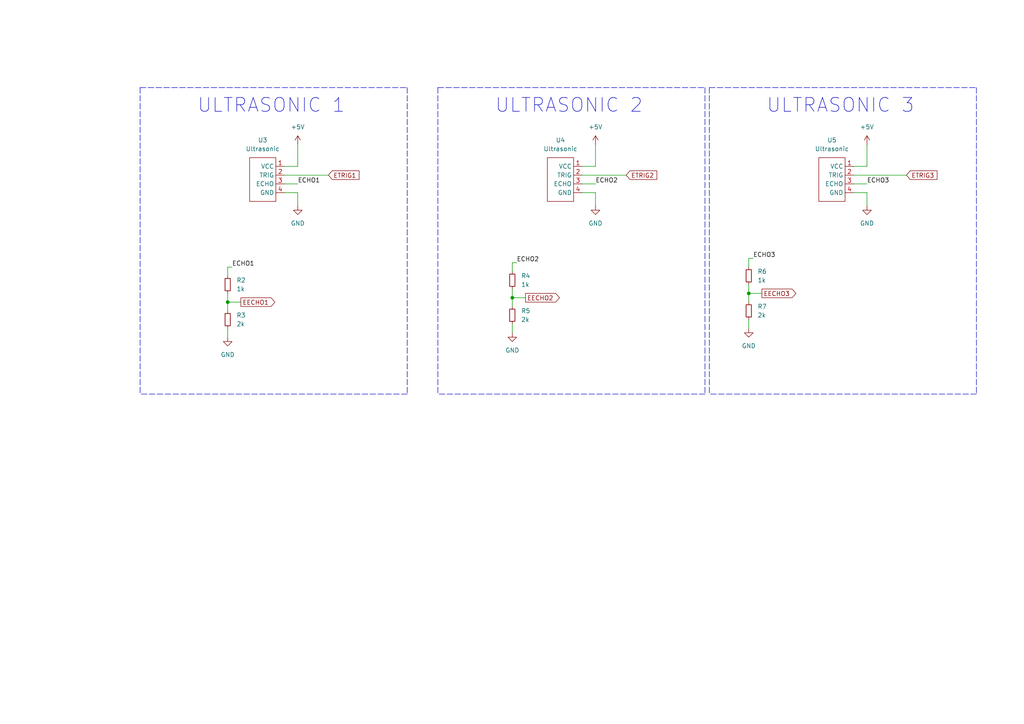
<source format=kicad_sch>
(kicad_sch (version 20211123) (generator eeschema)
  (paper "A4")
  (title_block (title "TECH_WEEK") (date "2022-09-26") (rev "1") (company "0804robot") (comment 1 "Drawn by MK"))
  (lib_symbols
    (symbol "Device:R_Small" (pin_numbers hide) (pin_names (offset 0.254) hide)
      (property "Reference" "R" (at 0.762 0.508 0))
      (property "Value" "R_Small" (at 0.762 -1.016 0))
      (symbol "R_Small_0_1"
        (rectangle (start -0.762 1.778) (end 0.762 -1.778) (stroke (width 0.2032)))
      )
      (symbol "R_Small_1_1"
        (pin passive line (at 0 2.54 270) (length 0.762) (name "~") (number "1"))
        (pin passive line (at 0 -2.54 90) (length 0.762) (name "~") (number "2"))
      )
    )
    (symbol "Userlibrary:Ultrasonic"
      (property "Reference" "U" (at 0 0 0))
      (property "Value" "Ultrasonic" (at 0 0 0))
      (symbol "Ultrasonic_0_1"
        (rectangle (start 0 12.7) (end 7.62 0))
      )
      (symbol "Ultrasonic_1_1"
        (pin power_in line (at 10.16 10.16 180) (length 2.54) (name "VCC") (number "1"))
        (pin output line (at 10.16 7.62 180) (length 2.54) (name "TRIG") (number "2"))
        (pin input line (at 10.16 5.08 180) (length 2.54) (name "ECHO") (number "3"))
        (pin power_in line (at 10.16 2.54 180) (length 2.54) (name "GND") (number "4"))
      )
    )
    (symbol "power:+5V" (power) (pin_names (offset 0))
      (property "Value" "+5V" (at 0 3.556 0))
      (symbol "+5V_0_1"
        (polyline (pts (xy -0.762 1.27) (xy 0 2.54)))
        (polyline (pts (xy 0 0) (xy 0 2.54)))
        (polyline (pts (xy 0 2.54) (xy 0.762 1.27)))
      )
      (symbol "+5V_1_1"
        (pin power_in line (at 0 0 90) (length 0) hide (name "+5V") (number "1"))
      )
    )
    (symbol "power:GND" (power) (pin_names (offset 0))
      (property "Value" "GND" (at 0 -3.81 0))
      (symbol "GND_0_1"
        (polyline (pts (xy 0 0) (xy 0 -1.27) (xy 1.27 -1.27) (xy 0 -2.54) (xy -1.27 -1.27) (xy 0 -1.27)))
      )
      (symbol "GND_1_1"
        (pin power_in line (at 0 0 270) (length 0) hide (name "GND") (number "1"))
      )
    )
  )
  (junction (at 148.59 86.36))
  (junction (at 217.17 85.09))
  (junction (at 66.04 87.63))
  (wire (pts (xy 217.17 82.55) (xy 217.17 85.09)))
  (wire (pts (xy 148.59 86.36) (xy 152.4 86.36)))
  (wire (pts (xy 251.46 48.26) (xy 251.46 41.91)))
  (polyline (pts (xy 205.74 25.4) (xy 205.74 114.3)))
  (wire (pts (xy 148.59 76.2) (xy 148.59 78.74)))
  (wire (pts (xy 247.65 50.8) (xy 262.89 50.8)))
  (wire (pts (xy 247.65 48.26) (xy 251.46 48.26)))
  (wire (pts (xy 217.17 85.09) (xy 217.17 87.63)))
  (wire (pts (xy 66.04 77.47) (xy 66.04 80.01)))
  (wire (pts (xy 218.44 74.93) (xy 217.17 74.93)))
  (polyline (pts (xy 40.64 25.4) (xy 40.64 114.3)))
  (wire (pts (xy 66.04 87.63) (xy 66.04 90.17)))
  (wire (pts (xy 66.04 95.25) (xy 66.04 97.79)))
  (wire (pts (xy 168.91 55.88) (xy 172.72 55.88)))
  (wire (pts (xy 247.65 55.88) (xy 251.46 55.88)))
  (polyline (pts (xy 118.11 114.3) (xy 40.64 114.3)))
  (wire (pts (xy 172.72 55.88) (xy 172.72 59.69)))
  (wire (pts (xy 66.04 85.09) (xy 66.04 87.63)))
  (wire (pts (xy 149.86 76.2) (xy 148.59 76.2)))
  (wire (pts (xy 168.91 48.26) (xy 172.72 48.26)))
  (wire (pts (xy 172.72 48.26) (xy 172.72 41.91)))
  (wire (pts (xy 217.17 92.71) (xy 217.17 95.25)))
  (polyline (pts (xy 204.47 114.3) (xy 127 114.3)))
  (wire (pts (xy 67.31 77.47) (xy 66.04 77.47)))
  (polyline (pts (xy 283.21 114.3) (xy 205.74 114.3)))
  (wire (pts (xy 247.65 53.34) (xy 251.46 53.34)))
  (wire (pts (xy 148.59 93.98) (xy 148.59 96.52)))
  (wire (pts (xy 251.46 55.88) (xy 251.46 59.69)))
  (wire (pts (xy 217.17 85.09) (xy 220.98 85.09)))
  (wire (pts (xy 82.55 48.26) (xy 86.36 48.26)))
  (polyline (pts (xy 205.74 25.4) (xy 283.21 25.4)))
  (wire (pts (xy 86.36 55.88) (xy 86.36 59.69)))
  (polyline (pts (xy 127 25.4) (xy 127 114.3)))
  (polyline (pts (xy 40.64 25.4) (xy 118.11 25.4)))
  (polyline (pts (xy 283.21 25.4) (xy 283.21 114.3)))
  (wire (pts (xy 217.17 74.93) (xy 217.17 77.47)))
  (wire (pts (xy 82.55 55.88) (xy 86.36 55.88)))
  (wire (pts (xy 66.04 87.63) (xy 69.85 87.63)))
  (polyline (pts (xy 127 25.4) (xy 204.47 25.4)))
  (polyline (pts (xy 204.47 25.4) (xy 204.47 114.3)))
  (wire (pts (xy 148.59 86.36) (xy 148.59 88.9)))
  (wire (pts (xy 168.91 53.34) (xy 172.72 53.34)))
  (polyline (pts (xy 118.11 25.4) (xy 118.11 114.3)))
  (wire (pts (xy 148.59 83.82) (xy 148.59 86.36)))
  (wire (pts (xy 168.91 50.8) (xy 181.61 50.8)))
  (wire (pts (xy 86.36 48.26) (xy 86.36 41.91)))
  (wire (pts (xy 82.55 53.34) (xy 86.36 53.34)))
  (wire (pts (xy 82.55 50.8) (xy 95.25 50.8)))
  (text "ULTRASONIC 2\n" (at 143.51 33.02 0) (effects (font (size 4 4)) (justify left bottom)))
  (text "ULTRASONIC 3\n" (at 222.25 33.02 0) (effects (font (size 4 4)) (justify left bottom)))
  (text "ULTRASONIC 1\n" (at 57.15 33.02 0) (effects (font (size 4 4)) (justify left bottom)))
  (label "ECHO1" (at 67.31 77.47 0))
  (label "ECHO2" (at 149.86 76.2 0))
  (label "ECHO1" (at 86.36 53.34 0))
  (label "ECHO3" (at 218.44 74.93 0))
  (label "ECHO3" (at 251.46 53.34 0))
  (label "ECHO2" (at 172.72 53.34 0))
  (global_label "EECHO3" (shape output) (at 220.98 85.09 0) (property "Intersheet References" "${INTERSHEET_REFS}" (effects hide)))
  (global_label "EECHO1" (shape output) (at 69.85 87.63 0) (property "Intersheet References" "${INTERSHEET_REFS}" (effects hide)))
  (global_label "ETRIG3" (shape input) (at 262.89 50.8 0) (property "Intersheet References" "${INTERSHEET_REFS}" (effects hide)))
  (global_label "ETRIG1" (shape input) (at 95.25 50.8 0) (property "Intersheet References" "${INTERSHEET_REFS}" (effects hide)))
  (global_label "EECHO2" (shape output) (at 152.4 86.36 0) (property "Intersheet References" "${INTERSHEET_REFS}" (effects hide)))
  (global_label "ETRIG2" (shape input) (at 181.61 50.8 0) (property "Intersheet References" "${INTERSHEET_REFS}" (effects hide)))
  (symbol (lib_id "Device:R_Small") (at 66.04 92.71 0) (unit 1)
    (property "Reference" "R3" (at 68.58 91.4399 0) (effects (justify left)))
    (property "Value" "2k" (at 68.58 93.9799 0) (effects (justify left)))
    (property "Footprint" "UserLibrary:R_Axial_DIN0207_L6.3mm_D2.5mm_P10.16mm_Horizontal" (effects hide))
  )
  (symbol (lib_id "Device:R_Small") (at 148.59 91.44 0) (unit 1)
    (property "Reference" "R5" (at 151.13 90.1699 0) (effects (justify left)))
    (property "Value" "2k" (at 151.13 92.7099 0) (effects (justify left)))
    (property "Footprint" "UserLibrary:R_Axial_DIN0207_L6.3mm_D2.5mm_P10.16mm_Horizontal" (effects hide))
  )
  (symbol (lib_id "power:GND") (at 86.36 59.69 0) (unit 1)
    (property "Reference" "#PWR0129" (effects hide))
    (property "Value" "GND" (at 86.36 64.77 0))
  )
  (symbol (lib_id "Device:R_Small") (at 217.17 90.17 0) (unit 1)
    (property "Reference" "R7" (at 219.71 88.8999 0) (effects (justify left)))
    (property "Value" "2k" (at 219.71 91.4399 0) (effects (justify left)))
    (property "Footprint" "UserLibrary:R_Axial_DIN0207_L6.3mm_D2.5mm_P10.16mm_Horizontal" (effects hide))
  )
  (symbol (lib_id "Userlibrary:Ultrasonic") (at 237.49 58.42 0) (unit 1)
    (property "Reference" "U5" (at 241.3 40.64 0))
    (property "Value" "Ultrasonic" (at 241.3 43.18 0))
    (property "Footprint" "Connector_PinHeader_2.54mm:PinHeader_1x04_P2.54mm_Vertical" (effects hide))
  )
  (symbol (lib_id "power:GND") (at 217.17 95.25 0) (unit 1)
    (property "Reference" "#PWR0118" (effects hide))
    (property "Value" "GND" (at 217.17 100.33 0))
  )
  (symbol (lib_id "power:+5V") (at 172.72 41.91 0) (unit 1)
    (property "Reference" "#PWR0122" (effects hide))
    (property "Value" "+5V" (at 172.72 36.83 0))
  )
  (symbol (lib_id "power:+5V") (at 251.46 41.91 0) (unit 1)
    (property "Reference" "#PWR0138" (effects hide))
    (property "Value" "+5V" (at 251.46 36.83 0))
  )
  (symbol (lib_id "power:GND") (at 172.72 59.69 0) (unit 1)
    (property "Reference" "#PWR0126" (effects hide))
    (property "Value" "GND" (at 172.72 64.77 0))
  )
  (symbol (lib_id "Userlibrary:Ultrasonic") (at 72.39 58.42 0) (unit 1)
    (property "Reference" "U3" (at 76.2 40.64 0))
    (property "Value" "Ultrasonic" (at 76.2 43.18 0))
    (property "Footprint" "Connector_PinHeader_2.54mm:PinHeader_1x04_P2.54mm_Vertical" (effects hide))
  )
  (symbol (lib_id "power:GND") (at 66.04 97.79 0) (unit 1)
    (property "Reference" "#PWR0114" (effects hide))
    (property "Value" "GND" (at 66.04 102.87 0))
  )
  (symbol (lib_id "Userlibrary:Ultrasonic") (at 158.75 58.42 0) (unit 1)
    (property "Reference" "U4" (at 162.56 40.64 0))
    (property "Value" "Ultrasonic" (at 162.56 43.18 0))
    (property "Footprint" "Connector_PinHeader_2.54mm:PinHeader_1x04_P2.54mm_Vertical" (effects hide))
  )
  (symbol (lib_id "power:GND") (at 251.46 59.69 0) (unit 1)
    (property "Reference" "#PWR0136" (effects hide))
    (property "Value" "GND" (at 251.46 64.77 0))
  )
  (symbol (lib_id "power:+5V") (at 86.36 41.91 0) (unit 1)
    (property "Reference" "#PWR0130" (effects hide))
    (property "Value" "+5V" (at 86.36 36.83 0))
  )
  (symbol (lib_id "Device:R_Small") (at 217.17 80.01 0) (unit 1)
    (property "Reference" "R6" (at 219.71 78.7399 0) (effects (justify left)))
    (property "Value" "1k" (at 219.71 81.2799 0) (effects (justify left)))
    (property "Footprint" "UserLibrary:R_Axial_DIN0207_L6.3mm_D2.5mm_P10.16mm_Horizontal" (effects hide))
  )
  (symbol (lib_id "power:GND") (at 148.59 96.52 0) (unit 1)
    (property "Reference" "#PWR0115" (effects hide))
    (property "Value" "GND" (at 148.59 101.6 0))
  )
  (symbol (lib_id "Device:R_Small") (at 148.59 81.28 0) (unit 1)
    (property "Reference" "R4" (at 151.13 80.0099 0) (effects (justify left)))
    (property "Value" "1k" (at 151.13 82.5499 0) (effects (justify left)))
    (property "Footprint" "UserLibrary:R_Axial_DIN0207_L6.3mm_D2.5mm_P10.16mm_Horizontal" (effects hide))
  )
  (symbol (lib_id "Device:R_Small") (at 66.04 82.55 0) (unit 1)
    (property "Reference" "R2" (at 68.58 81.2799 0) (effects (justify left)))
    (property "Value" "1k" (at 68.58 83.8199 0) (effects (justify left)))
    (property "Footprint" "UserLibrary:R_Axial_DIN0207_L6.3mm_D2.5mm_P10.16mm_Horizontal" (effects hide))
  )
)
</source>
